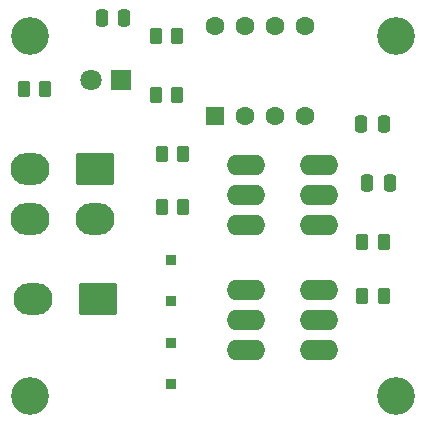
<source format=gbr>
%TF.GenerationSoftware,KiCad,Pcbnew,9.0.7*%
%TF.CreationDate,2026-02-13T10:39:18-08:00*%
%TF.ProjectId,TSSI2026.3,54535349-3230-4323-962e-332e6b696361,rev?*%
%TF.SameCoordinates,Original*%
%TF.FileFunction,Soldermask,Top*%
%TF.FilePolarity,Negative*%
%FSLAX46Y46*%
G04 Gerber Fmt 4.6, Leading zero omitted, Abs format (unit mm)*
G04 Created by KiCad (PCBNEW 9.0.7) date 2026-02-13 10:39:18*
%MOMM*%
%LPD*%
G01*
G04 APERTURE LIST*
G04 Aperture macros list*
%AMRoundRect*
0 Rectangle with rounded corners*
0 $1 Rounding radius*
0 $2 $3 $4 $5 $6 $7 $8 $9 X,Y pos of 4 corners*
0 Add a 4 corners polygon primitive as box body*
4,1,4,$2,$3,$4,$5,$6,$7,$8,$9,$2,$3,0*
0 Add four circle primitives for the rounded corners*
1,1,$1+$1,$2,$3*
1,1,$1+$1,$4,$5*
1,1,$1+$1,$6,$7*
1,1,$1+$1,$8,$9*
0 Add four rect primitives between the rounded corners*
20,1,$1+$1,$2,$3,$4,$5,0*
20,1,$1+$1,$4,$5,$6,$7,0*
20,1,$1+$1,$6,$7,$8,$9,0*
20,1,$1+$1,$8,$9,$2,$3,0*%
G04 Aperture macros list end*
%ADD10O,3.252000X1.728000*%
%ADD11RoundRect,0.250000X-0.262500X-0.450000X0.262500X-0.450000X0.262500X0.450000X-0.262500X0.450000X0*%
%ADD12R,0.850000X0.850000*%
%ADD13RoundRect,0.250001X-1.399999X1.099999X-1.399999X-1.099999X1.399999X-1.099999X1.399999X1.099999X0*%
%ADD14O,3.300000X2.700000*%
%ADD15C,3.200000*%
%ADD16RoundRect,0.250000X0.262500X0.450000X-0.262500X0.450000X-0.262500X-0.450000X0.262500X-0.450000X0*%
%ADD17RoundRect,0.250000X0.250000X0.475000X-0.250000X0.475000X-0.250000X-0.475000X0.250000X-0.475000X0*%
%ADD18RoundRect,0.250000X-0.250000X-0.475000X0.250000X-0.475000X0.250000X0.475000X-0.250000X0.475000X0*%
%ADD19R,1.800000X1.800000*%
%ADD20C,1.800000*%
%ADD21RoundRect,0.250000X0.550000X-0.550000X0.550000X0.550000X-0.550000X0.550000X-0.550000X-0.550000X0*%
%ADD22C,1.600000*%
G04 APERTURE END LIST*
D10*
%TO.C,Q1*%
X68500000Y-71460000D03*
X68500000Y-68920000D03*
X68500000Y-74000000D03*
%TD*%
D11*
%TO.C,R5*%
X55175000Y-72500000D03*
X57000000Y-72500000D03*
%TD*%
D12*
%TO.C,BMS1*%
X56000000Y-84000000D03*
%TD*%
D13*
%TO.C,J1*%
X49500000Y-69300000D03*
D14*
X49500000Y-73500000D03*
X44000000Y-69300000D03*
X44000000Y-73500000D03*
%TD*%
D11*
%TO.C,R4*%
X55175000Y-68000000D03*
X57000000Y-68000000D03*
%TD*%
D10*
%TO.C,U3*%
X68500000Y-82040000D03*
X68500000Y-84580000D03*
X68500000Y-79500000D03*
%TD*%
D11*
%TO.C,R7*%
X54675000Y-58000000D03*
X56500000Y-58000000D03*
%TD*%
D15*
%TO.C,H4*%
X44000000Y-58000000D03*
%TD*%
D16*
%TO.C,R1*%
X74000000Y-80000000D03*
X72175000Y-80000000D03*
%TD*%
D17*
%TO.C,C2*%
X74500000Y-70500000D03*
X72600000Y-70500000D03*
%TD*%
D11*
%TO.C,R6*%
X54675000Y-63000000D03*
X56500000Y-63000000D03*
%TD*%
D15*
%TO.C,H2*%
X75000000Y-88500000D03*
%TD*%
D11*
%TO.C,R2*%
X43500000Y-62500000D03*
X45325000Y-62500000D03*
%TD*%
D12*
%TO.C,GND1*%
X56000000Y-77000000D03*
%TD*%
D18*
%TO.C,C1*%
X72100000Y-65500000D03*
X74000000Y-65500000D03*
%TD*%
D12*
%TO.C,GLV1*%
X56000000Y-80500000D03*
%TD*%
D19*
%TO.C,DebugLatch*%
X51750000Y-61750000D03*
D20*
X49210000Y-61750000D03*
%TD*%
D11*
%TO.C,R8*%
X72175000Y-75500000D03*
X74000000Y-75500000D03*
%TD*%
D12*
%TO.C,T555*%
X56000000Y-87500000D03*
%TD*%
D10*
%TO.C,Q2*%
X62293000Y-71460000D03*
X62293000Y-68920000D03*
X62293000Y-74000000D03*
%TD*%
D17*
%TO.C,C3*%
X52000000Y-56500000D03*
X50100000Y-56500000D03*
%TD*%
D10*
%TO.C,Q3*%
X62293000Y-82040000D03*
X62293000Y-84580000D03*
X62293000Y-79500000D03*
%TD*%
D13*
%TO.C,J2*%
X49750000Y-80250000D03*
D14*
X44250000Y-80250000D03*
%TD*%
D15*
%TO.C,H1*%
X75000000Y-58000000D03*
%TD*%
D21*
%TO.C,U1*%
X59690000Y-64805000D03*
D22*
X62230000Y-64805000D03*
X64770000Y-64805000D03*
X67310000Y-64805000D03*
X67310000Y-57185000D03*
X64770000Y-57185000D03*
X62230000Y-57185000D03*
X59690000Y-57185000D03*
%TD*%
D15*
%TO.C,H3*%
X44000000Y-88500000D03*
%TD*%
M02*

</source>
